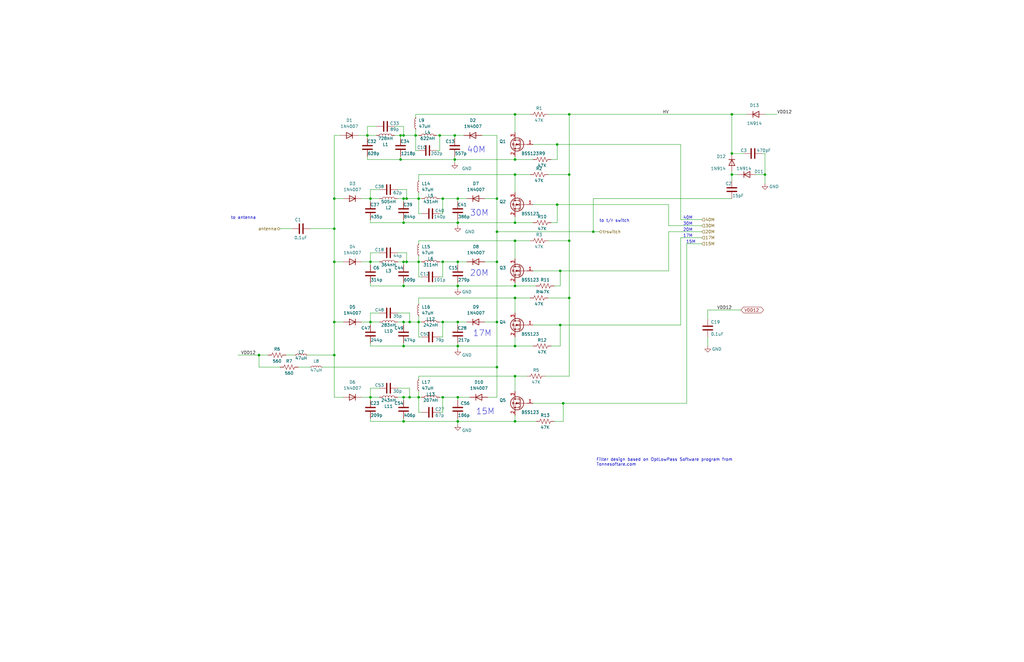
<source format=kicad_sch>
(kicad_sch (version 20230121) (generator eeschema)
  (paper "B")
  (lib_symbols
    (symbol "Device:C" (pin_numbers hide) (pin_names (offset 0.254))
      (property "Reference" "C" (at 0.635 2.54 0))
      (property "Value" "C" (at 0.635 -2.54 0))
      (symbol "C_0_1"
        (polyline (pts (xy -2.032 -0.762) (xy 2.032 -0.762)) (stroke (width 0.508)))
        (polyline (pts (xy -2.032 0.762) (xy 2.032 0.762)) (stroke (width 0.508)))
      )
      (symbol "C_1_1"
        (pin passive line (at 0 3.81 270) (length 2.794) (name "~") (number "1"))
        (pin passive line (at 0 -3.81 90) (length 2.794) (name "~") (number "2"))
      )
    )
    (symbol "Device:L" (pin_numbers hide) (pin_names (offset 1.016) hide)
      (property "Reference" "L" (at -1.27 0 90))
      (property "Value" "L" (at 1.905 0 90))
      (symbol "L_0_1"
        (arc (start 0 -2.54) (mid 0.6323 -1.905) (end 0 -1.27))
        (arc (start 0 -1.27) (mid 0.6323 -0.635) (end 0 0))
        (arc (start 0 0) (mid 0.6323 0.635) (end 0 1.27))
        (arc (start 0 1.27) (mid 0.6323 1.905) (end 0 2.54))
      )
      (symbol "L_1_1"
        (pin passive line (at 0 3.81 270) (length 1.27) (name "1") (number "1"))
        (pin passive line (at 0 -3.81 90) (length 1.27) (name "2") (number "2"))
      )
    )
    (symbol "Device:L_Small" (pin_numbers hide) (pin_names (offset 0.254) hide)
      (property "Reference" "L" (at 0.762 1.016 0))
      (property "Value" "L_Small" (at 0.762 -1.016 0))
      (symbol "L_Small_0_1"
        (arc (start 0 -2.032) (mid 0.5058 -1.524) (end 0 -1.016))
        (arc (start 0 -1.016) (mid 0.5058 -0.508) (end 0 0))
        (arc (start 0 0) (mid 0.5058 0.508) (end 0 1.016))
        (arc (start 0 1.016) (mid 0.5058 1.524) (end 0 2.032))
      )
      (symbol "L_Small_1_1"
        (pin passive line (at 0 2.54 270) (length 0.508) (name "~") (number "1"))
        (pin passive line (at 0 -2.54 90) (length 0.508) (name "~") (number "2"))
      )
    )
    (symbol "Device:Q_NMOS_GSD" (pin_names (offset 0) hide)
      (property "Reference" "Q" (at 5.08 1.27 0))
      (property "Value" "Q_NMOS_GSD" (at 5.08 -1.27 0))
      (symbol "Q_NMOS_GSD_0_1"
        (polyline (pts (xy 0.254 0) (xy -2.54 0)))
        (polyline (pts (xy 0.254 1.905) (xy 0.254 -1.905)) (stroke (width 0.254)))
        (polyline (pts (xy 0.762 -1.27) (xy 0.762 -2.286)) (stroke (width 0.254)))
        (polyline (pts (xy 0.762 0.508) (xy 0.762 -0.508)) (stroke (width 0.254)))
        (polyline (pts (xy 0.762 2.286) (xy 0.762 1.27)) (stroke (width 0.254)))
        (polyline (pts (xy 2.54 2.54) (xy 2.54 1.778)))
        (polyline (pts (xy 2.54 -2.54) (xy 2.54 0) (xy 0.762 0)))
        (polyline (pts (xy 0.762 -1.778) (xy 3.302 -1.778) (xy 3.302 1.778) (xy 0.762 1.778)))
        (polyline (pts (xy 1.016 0) (xy 2.032 0.381) (xy 2.032 -0.381) (xy 1.016 0)) (fill (type outline)))
        (polyline (pts (xy 2.794 0.508) (xy 2.921 0.381) (xy 3.683 0.381) (xy 3.81 0.254)))
        (polyline (pts (xy 3.302 0.381) (xy 2.921 -0.254) (xy 3.683 -0.254) (xy 3.302 0.381)))
        (circle (center 1.651 0) (radius 2.794) (stroke (width 0.254)))
        (circle (center 2.54 -1.778) (radius 0.254) (fill (type outline)))
        (circle (center 2.54 1.778) (radius 0.254) (fill (type outline)))
      )
      (symbol "Q_NMOS_GSD_1_1"
        (pin input line (at -5.08 0 0) (length 2.54) (name "G") (number "1"))
        (pin passive line (at 2.54 -5.08 90) (length 2.54) (name "S") (number "2"))
        (pin passive line (at 2.54 5.08 270) (length 2.54) (name "D") (number "3"))
      )
    )
    (symbol "Device:R_US" (pin_numbers hide) (pin_names (offset 0))
      (property "Reference" "R" (at 2.54 0 90))
      (property "Value" "R_US" (at -2.54 0 90))
      (symbol "R_US_0_1"
        (polyline (pts (xy 0 -2.286) (xy 0 -2.54)))
        (polyline (pts (xy 0 2.286) (xy 0 2.54)))
        (polyline (pts (xy 0 -0.762) (xy 1.016 -1.143) (xy 0 -1.524) (xy -1.016 -1.905) (xy 0 -2.286)))
        (polyline (pts (xy 0 0.762) (xy 1.016 0.381) (xy 0 0) (xy -1.016 -0.381) (xy 0 -0.762)))
        (polyline (pts (xy 0 2.286) (xy 1.016 1.905) (xy 0 1.524) (xy -1.016 1.143) (xy 0 0.762)))
      )
      (symbol "R_US_1_1"
        (pin passive line (at 0 3.81 270) (length 1.27) (name "~") (number "1"))
        (pin passive line (at 0 -3.81 90) (length 1.27) (name "~") (number "2"))
      )
    )
    (symbol "Diode:1N4007" (pin_numbers hide) (pin_names hide)
      (property "Reference" "D" (at 0 2.54 0))
      (property "Value" "1N4007" (at 0 -2.54 0))
      (symbol "1N4007_0_1"
        (polyline (pts (xy -1.27 1.27) (xy -1.27 -1.27)) (stroke (width 0.254)))
        (polyline (pts (xy 1.27 0) (xy -1.27 0)))
        (polyline (pts (xy 1.27 1.27) (xy 1.27 -1.27) (xy -1.27 0) (xy 1.27 1.27)) (stroke (width 0.254)))
      )
      (symbol "1N4007_1_1"
        (pin passive line (at -3.81 0 0) (length 2.54) (name "K") (number "1"))
        (pin passive line (at 3.81 0 180) (length 2.54) (name "A") (number "2"))
      )
    )
    (symbol "Diode:1N914" (pin_numbers hide) (pin_names hide)
      (property "Reference" "D" (at 0 2.54 0))
      (property "Value" "1N914" (at 0 -2.54 0))
      (symbol "1N914_0_1"
        (polyline (pts (xy -1.27 1.27) (xy -1.27 -1.27)) (stroke (width 0.254)))
        (polyline (pts (xy 1.27 0) (xy -1.27 0)))
        (polyline (pts (xy 1.27 1.27) (xy 1.27 -1.27) (xy -1.27 0) (xy 1.27 1.27)) (stroke (width 0.254)))
      )
      (symbol "1N914_1_1"
        (pin passive line (at -3.81 0 0) (length 2.54) (name "K") (number "1"))
        (pin passive line (at 3.81 0 180) (length 2.54) (name "A") (number "2"))
      )
    )
    (symbol "power:GND" (power) (pin_names (offset 0))
      (property "Value" "GND" (at 0 -3.81 0))
      (symbol "GND_0_1"
        (polyline (pts (xy 0 0) (xy 0 -1.27) (xy 1.27 -1.27) (xy 0 -2.54) (xy -1.27 -1.27) (xy 0 -1.27)))
      )
      (symbol "GND_1_1"
        (pin power_in line (at 0 0 270) (length 0) hide (name "GND") (number "1"))
      )
    )
  )
  (junction (at 217.17 177.8))
  (junction (at 156.21 83.82))
  (junction (at 170.18 135.89))
  (junction (at 217.17 146.05))
  (junction (at 217.17 48.26))
  (junction (at 168.91 57.15))
  (junction (at 186.69 135.89))
  (junction (at 234.95 60.96))
  (junction (at 140.97 83.82))
  (junction (at 156.21 167.64))
  (junction (at 240.03 48.26))
  (junction (at 240.03 125.73))
  (junction (at 322.58 73.66))
  (junction (at 172.72 167.64))
  (junction (at 240.03 73.66))
  (junction (at 193.04 135.89))
  (junction (at 170.18 110.49))
  (junction (at 176.53 83.82))
  (junction (at 237.49 170.18))
  (junction (at 209.55 97.79))
  (junction (at 217.17 101.6))
  (junction (at 236.22 137.16))
  (junction (at 170.18 177.8))
  (junction (at 170.18 93.98))
  (junction (at 193.04 177.8))
  (junction (at 217.17 120.65))
  (junction (at 186.69 83.82))
  (junction (at 140.97 135.89))
  (junction (at 170.18 120.65))
  (junction (at 191.77 57.15))
  (junction (at 156.21 110.49))
  (junction (at 171.45 110.49))
  (junction (at 170.18 146.05))
  (junction (at 209.55 110.49))
  (junction (at 140.97 149.86))
  (junction (at 217.17 67.31))
  (junction (at 217.17 93.98))
  (junction (at 217.17 73.66))
  (junction (at 236.22 114.3))
  (junction (at 193.04 120.65))
  (junction (at 193.04 83.82))
  (junction (at 170.18 57.15))
  (junction (at 209.55 135.89))
  (junction (at 109.22 149.86))
  (junction (at 193.04 110.49))
  (junction (at 140.97 96.52))
  (junction (at 209.55 154.94))
  (junction (at 193.04 93.98))
  (junction (at 186.69 110.49))
  (junction (at 193.04 146.05))
  (junction (at 172.72 135.89))
  (junction (at 154.94 57.15))
  (junction (at 175.26 57.15))
  (junction (at 185.42 57.15))
  (junction (at 171.45 83.82))
  (junction (at 168.91 67.31))
  (junction (at 193.04 167.64))
  (junction (at 156.21 135.89))
  (junction (at 308.61 48.26))
  (junction (at 176.53 110.49))
  (junction (at 217.17 125.73))
  (junction (at 170.18 83.82))
  (junction (at 186.69 167.64))
  (junction (at 234.95 86.36))
  (junction (at 140.97 110.49))
  (junction (at 250.19 97.79))
  (junction (at 176.53 167.64))
  (junction (at 191.77 67.31))
  (junction (at 176.53 135.89))
  (junction (at 308.61 73.66))
  (junction (at 240.03 101.6))
  (junction (at 170.18 167.64))
  (junction (at 209.55 83.82))
  (junction (at 308.61 64.77))
  (junction (at 217.17 158.75))
  (wire (pts (xy 193.04 167.64) (xy 193.04 168.91)))
  (wire (pts (xy 118.11 96.52) (xy 123.19 96.52)))
  (wire (pts (xy 250.19 97.79) (xy 252.73 97.79)))
  (wire (pts (xy 191.77 57.15) (xy 195.58 57.15)))
  (wire (pts (xy 217.17 125.73) (xy 217.17 132.08)))
  (wire (pts (xy 185.42 116.84) (xy 186.69 116.84)))
  (wire (pts (xy 234.95 67.31) (xy 234.95 60.96)))
  (wire (pts (xy 140.97 167.64) (xy 144.78 167.64)))
  (wire (pts (xy 204.47 135.89) (xy 209.55 135.89)))
  (wire (pts (xy 298.45 142.24) (xy 298.45 146.05)))
  (wire (pts (xy 193.04 144.78) (xy 193.04 146.05)))
  (wire (pts (xy 170.18 120.65) (xy 193.04 120.65)))
  (wire (pts (xy 130.81 96.52) (xy 140.97 96.52)))
  (wire (pts (xy 154.94 57.15) (xy 154.94 58.42)))
  (wire (pts (xy 175.26 54.61) (xy 175.26 57.15)))
  (wire (pts (xy 143.51 57.15) (xy 140.97 57.15)))
  (wire (pts (xy 160.02 110.49) (xy 156.21 110.49)))
  (wire (pts (xy 113.03 149.86) (xy 109.22 149.86)))
  (wire (pts (xy 170.18 135.89) (xy 167.64 135.89)))
  (wire (pts (xy 322.58 48.26) (xy 327.66 48.26)))
  (wire (pts (xy 232.41 146.05) (xy 236.22 146.05)))
  (wire (pts (xy 156.21 146.05) (xy 156.21 144.78)))
  (wire (pts (xy 186.69 135.89) (xy 185.42 135.89)))
  (wire (pts (xy 176.53 133.35) (xy 176.53 135.89)))
  (wire (pts (xy 176.53 76.2) (xy 176.53 73.66)))
  (wire (pts (xy 250.19 83.82) (xy 250.19 97.79)))
  (wire (pts (xy 175.26 63.5) (xy 175.26 57.15)))
  (wire (pts (xy 177.8 83.82) (xy 176.53 83.82)))
  (wire (pts (xy 217.17 120.65) (xy 193.04 120.65)))
  (wire (pts (xy 176.53 57.15) (xy 175.26 57.15)))
  (wire (pts (xy 154.94 67.31) (xy 154.94 66.04)))
  (wire (pts (xy 209.55 97.79) (xy 250.19 97.79)))
  (wire (pts (xy 308.61 73.66) (xy 308.61 76.2)))
  (wire (pts (xy 156.21 106.68) (xy 156.21 110.49)))
  (wire (pts (xy 100.33 149.86) (xy 109.22 149.86)))
  (wire (pts (xy 170.18 167.64) (xy 167.64 167.64)))
  (wire (pts (xy 171.45 80.01) (xy 171.45 83.82)))
  (wire (pts (xy 209.55 97.79) (xy 209.55 110.49)))
  (wire (pts (xy 233.68 177.8) (xy 237.49 177.8)))
  (wire (pts (xy 154.94 53.34) (xy 158.75 53.34)))
  (wire (pts (xy 217.17 177.8) (xy 193.04 177.8)))
  (wire (pts (xy 217.17 93.98) (xy 193.04 93.98)))
  (wire (pts (xy 170.18 135.89) (xy 170.18 137.16)))
  (wire (pts (xy 209.55 154.94) (xy 209.55 167.64)))
  (wire (pts (xy 209.55 167.64) (xy 205.74 167.64)))
  (wire (pts (xy 176.53 142.24) (xy 176.53 135.89)))
  (wire (pts (xy 176.53 173.99) (xy 176.53 167.64)))
  (wire (pts (xy 236.22 137.16) (xy 224.79 137.16)))
  (wire (pts (xy 170.18 57.15) (xy 168.91 57.15)))
  (wire (pts (xy 322.58 73.66) (xy 322.58 77.47)))
  (wire (pts (xy 298.45 130.81) (xy 312.42 130.81)))
  (wire (pts (xy 193.04 135.89) (xy 196.85 135.89)))
  (wire (pts (xy 240.03 48.26) (xy 240.03 73.66)))
  (wire (pts (xy 185.42 63.5) (xy 185.42 57.15)))
  (wire (pts (xy 140.97 83.82) (xy 140.97 96.52)))
  (wire (pts (xy 314.96 48.26) (xy 308.61 48.26)))
  (wire (pts (xy 170.18 176.53) (xy 170.18 177.8)))
  (wire (pts (xy 156.21 177.8) (xy 156.21 176.53)))
  (wire (pts (xy 193.04 119.38) (xy 193.04 120.65)))
  (wire (pts (xy 185.42 142.24) (xy 186.69 142.24)))
  (wire (pts (xy 177.8 135.89) (xy 176.53 135.89)))
  (wire (pts (xy 156.21 93.98) (xy 156.21 92.71)))
  (wire (pts (xy 160.02 135.89) (xy 156.21 135.89)))
  (wire (pts (xy 308.61 72.39) (xy 308.61 73.66)))
  (wire (pts (xy 240.03 73.66) (xy 240.03 101.6)))
  (wire (pts (xy 231.14 73.66) (xy 240.03 73.66)))
  (wire (pts (xy 186.69 110.49) (xy 185.42 110.49)))
  (wire (pts (xy 156.21 80.01) (xy 156.21 83.82)))
  (wire (pts (xy 176.53 128.27) (xy 176.53 125.73)))
  (wire (pts (xy 234.95 86.36) (xy 224.79 86.36)))
  (wire (pts (xy 167.64 132.08) (xy 172.72 132.08)))
  (wire (pts (xy 176.53 73.66) (xy 217.17 73.66)))
  (wire (pts (xy 170.18 92.71) (xy 170.18 93.98)))
  (wire (pts (xy 140.97 149.86) (xy 140.97 167.64)))
  (wire (pts (xy 231.14 101.6) (xy 240.03 101.6)))
  (wire (pts (xy 156.21 163.83) (xy 156.21 167.64)))
  (wire (pts (xy 160.02 167.64) (xy 156.21 167.64)))
  (wire (pts (xy 209.55 110.49) (xy 209.55 135.89)))
  (wire (pts (xy 120.65 149.86) (xy 124.46 149.86)))
  (wire (pts (xy 193.04 176.53) (xy 193.04 177.8)))
  (wire (pts (xy 318.77 73.66) (xy 322.58 73.66)))
  (wire (pts (xy 193.04 83.82) (xy 186.69 83.82)))
  (wire (pts (xy 176.53 167.64) (xy 172.72 167.64)))
  (wire (pts (xy 177.8 116.84) (xy 176.53 116.84)))
  (wire (pts (xy 217.17 73.66) (xy 217.17 81.28)))
  (wire (pts (xy 140.97 96.52) (xy 140.97 110.49)))
  (wire (pts (xy 217.17 66.04) (xy 217.17 67.31)))
  (wire (pts (xy 168.91 57.15) (xy 166.37 57.15)))
  (wire (pts (xy 193.04 83.82) (xy 193.04 85.09)))
  (wire (pts (xy 231.14 48.26) (xy 240.03 48.26)))
  (wire (pts (xy 217.17 158.75) (xy 217.17 165.1)))
  (wire (pts (xy 322.58 64.77) (xy 322.58 73.66)))
  (wire (pts (xy 177.8 173.99) (xy 176.53 173.99)))
  (wire (pts (xy 167.64 80.01) (xy 171.45 80.01)))
  (wire (pts (xy 191.77 57.15) (xy 185.42 57.15)))
  (wire (pts (xy 171.45 83.82) (xy 170.18 83.82)))
  (wire (pts (xy 236.22 120.65) (xy 236.22 114.3)))
  (wire (pts (xy 170.18 146.05) (xy 156.21 146.05)))
  (wire (pts (xy 168.91 57.15) (xy 168.91 58.42)))
  (wire (pts (xy 109.22 154.94) (xy 118.11 154.94)))
  (wire (pts (xy 156.21 167.64) (xy 156.21 168.91)))
  (wire (pts (xy 217.17 146.05) (xy 224.79 146.05)))
  (wire (pts (xy 209.55 83.82) (xy 209.55 97.79)))
  (wire (pts (xy 176.53 63.5) (xy 175.26 63.5)))
  (wire (pts (xy 170.18 93.98) (xy 193.04 93.98)))
  (wire (pts (xy 176.53 107.95) (xy 176.53 110.49)))
  (wire (pts (xy 191.77 66.04) (xy 191.77 67.31)))
  (wire (pts (xy 151.13 57.15) (xy 154.94 57.15)))
  (wire (pts (xy 281.94 86.36) (xy 234.95 86.36)))
  (wire (pts (xy 185.42 173.99) (xy 186.69 173.99)))
  (wire (pts (xy 281.94 95.25) (xy 281.94 86.36)))
  (wire (pts (xy 233.68 120.65) (xy 236.22 120.65)))
  (wire (pts (xy 168.91 66.04) (xy 168.91 67.31)))
  (wire (pts (xy 240.03 125.73) (xy 240.03 158.75)))
  (wire (pts (xy 281.94 97.79) (xy 281.94 114.3)))
  (wire (pts (xy 217.17 125.73) (xy 223.52 125.73)))
  (wire (pts (xy 234.95 93.98) (xy 234.95 86.36)))
  (wire (pts (xy 172.72 135.89) (xy 170.18 135.89)))
  (wire (pts (xy 311.15 73.66) (xy 308.61 73.66)))
  (wire (pts (xy 186.69 142.24) (xy 186.69 135.89)))
  (wire (pts (xy 193.04 110.49) (xy 186.69 110.49)))
  (wire (pts (xy 140.97 83.82) (xy 144.78 83.82)))
  (wire (pts (xy 176.53 83.82) (xy 171.45 83.82)))
  (wire (pts (xy 170.18 167.64) (xy 170.18 168.91)))
  (wire (pts (xy 217.17 101.6) (xy 223.52 101.6)))
  (wire (pts (xy 168.91 67.31) (xy 154.94 67.31)))
  (wire (pts (xy 289.56 170.18) (xy 237.49 170.18)))
  (wire (pts (xy 193.04 110.49) (xy 196.85 110.49)))
  (wire (pts (xy 287.02 92.71) (xy 287.02 60.96)))
  (wire (pts (xy 209.55 57.15) (xy 209.55 83.82)))
  (wire (pts (xy 193.04 167.64) (xy 186.69 167.64)))
  (wire (pts (xy 184.15 63.5) (xy 185.42 63.5)))
  (wire (pts (xy 217.17 175.26) (xy 217.17 177.8)))
  (wire (pts (xy 170.18 110.49) (xy 170.18 111.76)))
  (wire (pts (xy 152.4 167.64) (xy 156.21 167.64)))
  (wire (pts (xy 287.02 100.33) (xy 287.02 137.16)))
  (wire (pts (xy 185.42 90.17) (xy 186.69 90.17)))
  (wire (pts (xy 176.53 102.87) (xy 176.53 101.6)))
  (wire (pts (xy 204.47 83.82) (xy 209.55 83.82)))
  (wire (pts (xy 170.18 93.98) (xy 156.21 93.98)))
  (wire (pts (xy 240.03 158.75) (xy 229.87 158.75)))
  (wire (pts (xy 156.21 163.83) (xy 160.02 163.83)))
  (wire (pts (xy 156.21 110.49) (xy 156.21 111.76)))
  (wire (pts (xy 308.61 64.77) (xy 313.69 64.77)))
  (wire (pts (xy 193.04 135.89) (xy 186.69 135.89)))
  (wire (pts (xy 140.97 57.15) (xy 140.97 83.82)))
  (wire (pts (xy 287.02 60.96) (xy 234.95 60.96)))
  (wire (pts (xy 295.91 100.33) (xy 287.02 100.33)))
  (wire (pts (xy 156.21 120.65) (xy 156.21 119.38)))
  (wire (pts (xy 186.69 173.99) (xy 186.69 167.64)))
  (wire (pts (xy 295.91 95.25) (xy 281.94 95.25)))
  (wire (pts (xy 129.54 149.86) (xy 140.97 149.86)))
  (wire (pts (xy 203.2 57.15) (xy 209.55 57.15)))
  (wire (pts (xy 152.4 110.49) (xy 156.21 110.49)))
  (wire (pts (xy 295.91 102.87) (xy 289.56 102.87)))
  (wire (pts (xy 152.4 135.89) (xy 156.21 135.89)))
  (wire (pts (xy 217.17 146.05) (xy 193.04 146.05)))
  (wire (pts (xy 158.75 57.15) (xy 154.94 57.15)))
  (wire (pts (xy 193.04 177.8) (xy 193.04 179.07)))
  (wire (pts (xy 191.77 57.15) (xy 191.77 58.42)))
  (wire (pts (xy 217.17 120.65) (xy 226.06 120.65)))
  (wire (pts (xy 140.97 135.89) (xy 140.97 149.86)))
  (wire (pts (xy 156.21 132.08) (xy 160.02 132.08)))
  (wire (pts (xy 193.04 92.71) (xy 193.04 93.98)))
  (wire (pts (xy 308.61 48.26) (xy 308.61 64.77)))
  (wire (pts (xy 170.18 83.82) (xy 167.64 83.82)))
  (wire (pts (xy 185.42 57.15) (xy 184.15 57.15)))
  (wire (pts (xy 186.69 83.82) (xy 185.42 83.82)))
  (wire (pts (xy 240.03 101.6) (xy 240.03 125.73)))
  (wire (pts (xy 217.17 48.26) (xy 223.52 48.26)))
  (wire (pts (xy 171.45 110.49) (xy 170.18 110.49)))
  (wire (pts (xy 193.04 135.89) (xy 193.04 137.16)))
  (wire (pts (xy 170.18 146.05) (xy 193.04 146.05)))
  (wire (pts (xy 167.64 106.68) (xy 171.45 106.68)))
  (wire (pts (xy 177.8 142.24) (xy 176.53 142.24)))
  (wire (pts (xy 160.02 83.82) (xy 156.21 83.82)))
  (wire (pts (xy 217.17 73.66) (xy 223.52 73.66)))
  (wire (pts (xy 281.94 114.3) (xy 236.22 114.3)))
  (wire (pts (xy 240.03 48.26) (xy 308.61 48.26)))
  (wire (pts (xy 170.18 119.38) (xy 170.18 120.65)))
  (wire (pts (xy 186.69 167.64) (xy 185.42 167.64)))
  (wire (pts (xy 177.8 167.64) (xy 176.53 167.64)))
  (wire (pts (xy 172.72 132.08) (xy 172.72 135.89)))
  (wire (pts (xy 167.64 163.83) (xy 172.72 163.83)))
  (wire (pts (xy 172.72 163.83) (xy 172.72 167.64)))
  (wire (pts (xy 193.04 167.64) (xy 198.12 167.64)))
  (wire (pts (xy 176.53 116.84) (xy 176.53 110.49)))
  (wire (pts (xy 170.18 120.65) (xy 156.21 120.65)))
  (wire (pts (xy 321.31 64.77) (xy 322.58 64.77)))
  (wire (pts (xy 135.89 154.94) (xy 209.55 154.94)))
  (wire (pts (xy 170.18 144.78) (xy 170.18 146.05)))
  (wire (pts (xy 193.04 146.05) (xy 193.04 147.32)))
  (wire (pts (xy 177.8 90.17) (xy 176.53 90.17)))
  (wire (pts (xy 171.45 106.68) (xy 171.45 110.49)))
  (wire (pts (xy 237.49 170.18) (xy 224.79 170.18)))
  (wire (pts (xy 176.53 101.6) (xy 217.17 101.6)))
  (wire (pts (xy 217.17 119.38) (xy 217.17 120.65)))
  (wire (pts (xy 156.21 106.68) (xy 160.02 106.68)))
  (wire (pts (xy 237.49 177.8) (xy 237.49 170.18)))
  (wire (pts (xy 170.18 110.49) (xy 167.64 110.49)))
  (wire (pts (xy 186.69 116.84) (xy 186.69 110.49)))
  (wire (pts (xy 217.17 67.31) (xy 224.79 67.31)))
  (wire (pts (xy 295.91 92.71) (xy 287.02 92.71)))
  (wire (pts (xy 170.18 53.34) (xy 170.18 57.15)))
  (wire (pts (xy 209.55 135.89) (xy 209.55 154.94)))
  (wire (pts (xy 140.97 135.89) (xy 144.78 135.89)))
  (wire (pts (xy 193.04 83.82) (xy 196.85 83.82)))
  (wire (pts (xy 289.56 102.87) (xy 289.56 170.18)))
  (wire (pts (xy 217.17 91.44) (xy 217.17 93.98)))
  (wire (pts (xy 232.41 93.98) (xy 234.95 93.98)))
  (wire (pts (xy 193.04 110.49) (xy 193.04 111.76)))
  (wire (pts (xy 140.97 110.49) (xy 140.97 135.89)))
  (wire (pts (xy 298.45 130.81) (xy 298.45 134.62)))
  (wire (pts (xy 186.69 90.17) (xy 186.69 83.82)))
  (wire (pts (xy 193.04 93.98) (xy 193.04 95.25)))
  (wire (pts (xy 287.02 137.16) (xy 236.22 137.16)))
  (wire (pts (xy 217.17 142.24) (xy 217.17 146.05)))
  (wire (pts (xy 156.21 83.82) (xy 156.21 85.09)))
  (wire (pts (xy 175.26 48.26) (xy 175.26 49.53)))
  (wire (pts (xy 217.17 177.8) (xy 226.06 177.8)))
  (wire (pts (xy 217.17 67.31) (xy 191.77 67.31)))
  (wire (pts (xy 232.41 67.31) (xy 234.95 67.31)))
  (wire (pts (xy 176.53 125.73) (xy 217.17 125.73)))
  (wire (pts (xy 170.18 83.82) (xy 170.18 85.09)))
  (wire (pts (xy 176.53 110.49) (xy 171.45 110.49)))
  (wire (pts (xy 170.18 177.8) (xy 193.04 177.8)))
  (wire (pts (xy 170.18 177.8) (xy 156.21 177.8)))
  (wire (pts (xy 177.8 110.49) (xy 176.53 110.49)))
  (wire (pts (xy 295.91 97.79) (xy 281.94 97.79)))
  (wire (pts (xy 172.72 167.64) (xy 170.18 167.64)))
  (wire (pts (xy 176.53 90.17) (xy 176.53 83.82)))
  (wire (pts (xy 156.21 135.89) (xy 156.21 137.16)))
  (wire (pts (xy 193.04 120.65) (xy 193.04 121.92)))
  (wire (pts (xy 191.77 67.31) (xy 191.77 68.58)))
  (wire (pts (xy 217.17 101.6) (xy 217.17 109.22)))
  (wire (pts (xy 154.94 53.34) (xy 154.94 57.15)))
  (wire (pts (xy 176.53 135.89) (xy 172.72 135.89)))
  (wire (pts (xy 176.53 81.28) (xy 176.53 83.82)))
  (wire (pts (xy 236.22 114.3) (xy 224.79 114.3)))
  (wire (pts (xy 152.4 83.82) (xy 156.21 83.82)))
  (wire (pts (xy 175.26 57.15) (xy 170.18 57.15)))
  (wire (pts (xy 168.91 67.31) (xy 191.77 67.31)))
  (wire (pts (xy 109.22 149.86) (xy 109.22 154.94)))
  (wire (pts (xy 217.17 93.98) (xy 224.79 93.98)))
  (wire (pts (xy 176.53 158.75) (xy 217.17 158.75)))
  (wire (pts (xy 176.53 160.02) (xy 176.53 158.75)))
  (wire (pts (xy 236.22 146.05) (xy 236.22 137.16)))
  (wire (pts (xy 234.95 60.96) (xy 224.79 60.96)))
  (wire (pts (xy 156.21 132.08) (xy 156.21 135.89)))
  (wire (pts (xy 308.61 83.82) (xy 250.19 83.82)))
  (wire (pts (xy 217.17 55.88) (xy 217.17 48.26)))
  (wire (pts (xy 231.14 125.73) (xy 240.03 125.73)))
  (wire (pts (xy 156.21 80.01) (xy 160.02 80.01)))
  (wire (pts (xy 217.17 48.26) (xy 175.26 48.26)))
  (wire (pts (xy 166.37 53.34) (xy 170.18 53.34)))
  (wire (pts (xy 125.73 154.94) (xy 130.81 154.94)))
  (wire (pts (xy 204.47 110.49) (xy 209.55 110.49)))
  (wire (pts (xy 176.53 165.1) (xy 176.53 167.64)))
  (wire (pts (xy 140.97 110.49) (xy 144.78 110.49)))
  (wire (pts (xy 217.17 158.75) (xy 222.25 158.75)))
  (text "15M" (at 293.37 102.87 0) (effects (font (size 1.27 1.27)) (justify right bottom)))
  (text "20M" (at 198.12 116.84 0) (effects (font (size 2.54 2.54)) (justify left bottom)))
  (text "15M" (at 200.66 175.26 0) (effects (font (size 2.54 2.54)) (justify left bottom)))
  (text "to t/r switch" (at 252.73 93.98 0) (effects (font (size 1.27 1.27)) (justify left bottom)))
  (text "to antenna" (at 107.95 92.71 0) (effects (font (size 1.27 1.27)) (justify right bottom)))
  (text "40M" (at 292.1 92.71 0) (effects (font (size 1.27 1.27)) (justify right bottom)))
  (text "17M" (at 199.39 142.24 0) (effects (font (size 2.54 2.54)) (justify left bottom)))
  (text "20M" (at 292.1 97.79 0) (effects (font (size 1.27 1.27)) (justify right bottom)))
  (text "30M" (at 198.12 91.44 0) (effects (font (size 2.54 2.54)) (justify left bottom)))
  (text "17M" (at 292.1 100.33 0) (effects (font (size 1.27 1.27)) (justify right bottom)))
  (text "40M" (at 196.85 64.77 0) (effects (font (size 2.54 2.54)) (justify left bottom)))
  (text "30M" (at 292.1 95.25 0) (effects (font (size 1.27 1.27)) (justify right bottom)))
  (text "Filter design based on OptLowPass Software program from\nTonnesoftare.com" (at 251.46 196.85 0) (effects (font (size 1.27 1.27)) (justify left bottom)))
  (label "VDD12" (at 327.66 48.26 0))
  (label "VDD12" (at 101.6 149.86 0))
  (label "VDD12" (at 308.61 130.81 180))
  (label "HV" (at 279.4 48.26 0))
  (global_label "VDD12" (shape bidirectional) (at 312.42 130.81 0) (property "Intersheetrefs" "${INTERSHEET_REFS}" (at 322.5641 130.81 0) (effects (justify left))))
  (hierarchical_label "40M" (shape input) (at 295.91 92.71 0))
  (hierarchical_label "17M" (shape input) (at 295.91 100.33 0))
  (hierarchical_label "20M" (shape input) (at 295.91 97.79 0))
  (hierarchical_label "30M" (shape input) (at 295.91 95.25 0))
  (hierarchical_label "trswitch" (shape bidirectional) (at 252.73 97.79 0))
  (hierarchical_label "15M" (shape input) (at 295.91 102.87 0))
  (hierarchical_label "antenna" (shape bidirectional) (at 118.11 96.52 180))
  (symbol (lib_id "Diode:1N4007") (at 148.59 135.89 180) (unit 1)
    (property "Reference" "D5" (at 148.59 129.54 0))
    (property "Value" "1N4007" (at 148.59 132.08 0))
    (property "Footprint" "Diode_THT:D_DO-41_SOD81_P10.16mm_Horizontal" (effects hide))
    (property "Datasheet" "http://www.vishay.com/docs/88503/1n4001.pdf" (effects hide))
    (property "Sim.Device" "D" (effects hide))
    (property "Sim.Pins" "1=K 2=A" (effects hide))
  )
  (symbol (lib_id "Device:Q_NMOS_GSD") (at 219.71 137.16 0) (mirror y) (unit 1)
    (property "Reference" "Q4" (at 213.36 135.89 0) (effects (justify left)))
    (property "Value" "BSS123" (at 227.33 140.97 0) (effects (justify left)))
    (property "Footprint" "Package_TO_SOT_SMD:SOT-23-3" (effects hide))
  )
  (symbol (lib_id "Device:L") (at 181.61 83.82 270) (mirror x) (unit 1)
    (property "Reference" "L5" (at 181.61 82.55 90))
    (property "Value" "431nH" (at 181.61 85.09 90))
    (property "Footprint" "Inductor_THT:L_Toroid_Vertical_L13.0mm_W6.5mm_P5.60mm" (effects hide))
  )
  (symbol (lib_id "Device:L_Small") (at 133.35 154.94 90) (unit 1)
    (property "Reference" "L8" (at 133.35 152.4 90))
    (property "Value" "47uH" (at 133.35 156.21 90))
    (property "Footprint" "Inductor_THT:L_Axial_L11.0mm_D4.5mm_P7.62mm_Vertical_Fastron_MECC" (effects hide))
  )
  (symbol (lib_id "Device:R_US") (at 226.06 158.75 90) (unit 1)
    (property "Reference" "R5" (at 226.06 156.21 90))
    (property "Value" "47K" (at 226.06 161.29 90))
    (property "Footprint" "Resistor_SMD:R_0603_1608Metric_Pad0.98x0.95mm_HandSolder" (effects hide))
  )
  (symbol (lib_id "Diode:1N4007") (at 201.93 167.64 0) (unit 1)
    (property "Reference" "D10" (at 201.93 161.29 0))
    (property "Value" "1N4007" (at 201.93 163.83 0))
    (property "Footprint" "Diode_THT:D_DO-41_SOD81_P10.16mm_Horizontal" (effects hide))
    (property "Datasheet" "http://www.vishay.com/docs/88503/1n4001.pdf" (effects hide))
    (property "Sim.Device" "D" (effects hide))
    (property "Sim.Pins" "1=K 2=A" (effects hide))
  )
  (symbol (lib_id "Device:Q_NMOS_GSD") (at 219.71 114.3 0) (mirror y) (unit 1)
    (property "Reference" "Q3" (at 213.36 113.03 0) (effects (justify left)))
    (property "Value" "BSS123" (at 227.33 118.11 0) (effects (justify left)))
    (property "Footprint" "Package_TO_SOT_SMD:SOT-23-3" (effects hide))
  )
  (symbol (lib_id "Device:L_Small") (at 176.53 130.81 180) (unit 1)
    (property "Reference" "L16" (at 177.8 129.54 0) (effects (justify right)))
    (property "Value" "47uH" (at 177.8 132.08 0) (effects (justify right)))
    (property "Footprint" "Inductor_THT:L_Axial_L11.0mm_D4.5mm_P7.62mm_Vertical_Fastron_MECC" (effects hide))
  )
  (symbol (lib_id "power:GND") (at 191.77 68.58 0) (mirror y) (unit 1)
    (property "Reference" "#PWR01" (effects hide))
    (property "Value" "GND" (at 196.85 71.12 0))
  )
  (symbol (lib_id "Device:C") (at 163.83 80.01 270) (mirror x) (unit 1)
    (property "Reference" "C38" (at 160.02 78.74 90))
    (property "Value" "62p" (at 167.64 81.28 90))
    (property "Footprint" "Capacitor_SMD:C_1206_3216Metric_Pad1.33x1.80mm_HandSolder" (effects hide))
  )
  (symbol (lib_id "power:GND") (at 193.04 95.25 0) (mirror y) (unit 1)
    (property "Reference" "#PWR02" (effects hide))
    (property "Value" "GND" (at 198.12 97.79 0))
  )
  (symbol (lib_id "Device:C") (at 308.61 80.01 0) (mirror y) (unit 1)
    (property "Reference" "C2" (at 308.61 77.47 0) (effects (justify left)))
    (property "Value" "15pF" (at 313.69 82.55 0) (effects (justify left)))
    (property "Footprint" "Capacitor_THT:C_Disc_D4.3mm_W1.9mm_P5.00mm" (effects hide))
  )
  (symbol (lib_id "Device:R_US") (at 229.87 120.65 90) (unit 1)
    (property "Reference" "R11" (at 229.87 118.11 90))
    (property "Value" "47K" (at 229.87 123.19 90))
    (property "Footprint" "Resistor_SMD:R_0603_1608Metric_Pad0.98x0.95mm_HandSolder" (effects hide))
  )
  (symbol (lib_id "Device:C") (at 180.34 63.5 270) (mirror x) (unit 1)
    (property "Reference" "C10" (at 177.8 62.23 90))
    (property "Value" "202p" (at 184.15 64.77 90))
    (property "Footprint" "Capacitor_SMD:C_1206_3216Metric_Pad1.33x1.80mm_HandSolder" (effects hide))
  )
  (symbol (lib_id "Device:C") (at 156.21 115.57 0) (mirror y) (unit 1)
    (property "Reference" "C6" (at 160.02 113.03 0) (effects (justify left)))
    (property "Value" "314p" (at 161.29 118.11 0) (effects (justify left)))
    (property "Footprint" "Capacitor_SMD:C_1206_3216Metric_Pad1.33x1.80mm_HandSolder" (effects hide))
  )
  (symbol (lib_id "Device:C") (at 127 96.52 90) (mirror x) (unit 1)
    (property "Reference" "C1" (at 127 92.71 90) (effects (justify left)))
    (property "Value" "0.1uF" (at 129.54 100.33 90) (effects (justify left)))
    (property "Footprint" "Capacitor_THT:C_Disc_D4.3mm_W1.9mm_P5.00mm" (effects hide))
  )
  (symbol (lib_id "power:GND") (at 322.58 77.47 0) (mirror y) (unit 1)
    (property "Reference" "#PWR011" (effects hide))
    (property "Value" "GND" (at 326.39 78.74 0))
  )
  (symbol (lib_id "Device:C") (at 193.04 172.72 0) (mirror y) (unit 1)
    (property "Reference" "C56" (at 198.12 170.18 0) (effects (justify left)))
    (property "Value" "186p" (at 198.12 175.26 0) (effects (justify left)))
    (property "Footprint" "Capacitor_SMD:C_1206_3216Metric_Pad1.33x1.80mm_HandSolder" (effects hide))
  )
  (symbol (lib_id "Device:R_US") (at 227.33 125.73 90) (unit 1)
    (property "Reference" "R4" (at 227.33 123.19 90))
    (property "Value" "47K" (at 227.33 128.27 90))
    (property "Footprint" "Resistor_SMD:R_0603_1608Metric_Pad0.98x0.95mm_HandSolder" (effects hide))
  )
  (symbol (lib_id "Device:C") (at 170.18 172.72 0) (mirror y) (unit 1)
    (property "Reference" "C54" (at 170.18 170.18 0) (effects (justify left)))
    (property "Value" "406p" (at 175.26 175.26 0) (effects (justify left)))
    (property "Footprint" "Capacitor_SMD:C_1206_3216Metric_Pad1.33x1.80mm_HandSolder" (effects hide))
  )
  (symbol (lib_id "Device:L_Small") (at 176.53 78.74 180) (unit 1)
    (property "Reference" "L14" (at 177.8 77.47 0) (effects (justify right)))
    (property "Value" "47uH" (at 177.8 80.01 0) (effects (justify right)))
    (property "Footprint" "Inductor_THT:L_Axial_L11.0mm_D4.5mm_P7.62mm_Vertical_Fastron_MECC" (effects hide))
  )
  (symbol (lib_id "Device:Q_NMOS_GSD") (at 219.71 60.96 0) (mirror y) (unit 1)
    (property "Reference" "Q1" (at 213.36 59.69 0) (effects (justify left)))
    (property "Value" "BSS123" (at 227.33 64.77 0) (effects (justify left)))
    (property "Footprint" "Package_TO_SOT_SMD:SOT-23-3" (effects hide))
  )
  (symbol (lib_id "Device:C") (at 156.21 140.97 0) (mirror y) (unit 1)
    (property "Reference" "C47" (at 156.21 138.43 0) (effects (justify left)))
    (property "Value" "244p" (at 161.29 143.51 0) (effects (justify left)))
    (property "Footprint" "Capacitor_SMD:C_1206_3216Metric_Pad1.33x1.80mm_HandSolder" (effects hide))
  )
  (symbol (lib_id "Device:C") (at 317.5 64.77 90) (mirror x) (unit 1)
    (property "Reference" "C3" (at 314.96 63.5 90) (effects (justify left)))
    (property "Value" "470pF" (at 325.12 63.5 90) (effects (justify left)))
    (property "Footprint" "Capacitor_THT:C_Disc_D4.3mm_W1.9mm_P5.00mm" (effects hide))
  )
  (symbol (lib_id "Device:Q_NMOS_GSD") (at 219.71 170.18 0) (mirror y) (unit 1)
    (property "Reference" "Q5" (at 213.36 168.91 0) (effects (justify left)))
    (property "Value" "BSS123" (at 227.33 173.99 0) (effects (justify left)))
    (property "Footprint" "Package_TO_SOT_SMD:SOT-23-3" (effects hide))
  )
  (symbol (lib_id "Diode:1N914") (at 314.96 73.66 0) (unit 1)
    (property "Reference" "D11" (at 320.04 72.39 0))
    (property "Value" "1N914" (at 313.69 71.12 0))
    (property "Footprint" "Diode_THT:D_DO-35_SOD27_P7.62mm_Horizontal" (effects hide))
    (property "Datasheet" "http://www.vishay.com/docs/85622/1n914.pdf" (effects hide))
    (property "Sim.Device" "D" (effects hide))
    (property "Sim.Pins" "1=K 2=A" (effects hide))
  )
  (symbol (lib_id "Device:C") (at 181.61 90.17 270) (mirror x) (unit 1)
    (property "Reference" "C40" (at 185.42 88.9 90))
    (property "Value" "140p" (at 185.42 91.44 90))
    (property "Footprint" "Capacitor_SMD:C_1206_3216Metric_Pad1.33x1.80mm_HandSolder" (effects hide))
  )
  (symbol (lib_id "Device:C") (at 163.83 106.68 270) (mirror x) (unit 1)
    (property "Reference" "C18" (at 160.02 105.41 90))
    (property "Value" "44p" (at 167.64 107.95 90))
    (property "Footprint" "Capacitor_SMD:C_1206_3216Metric_Pad1.33x1.80mm_HandSolder" (effects hide))
  )
  (symbol (lib_id "Device:R_US") (at 228.6 67.31 90) (unit 1)
    (property "Reference" "R9" (at 228.6 64.77 90))
    (property "Value" "47K" (at 228.6 69.85 90))
    (property "Footprint" "Resistor_SMD:R_0603_1608Metric_Pad0.98x0.95mm_HandSolder" (effects hide))
  )
  (symbol (lib_id "Diode:1N4007") (at 200.66 110.49 0) (unit 1)
    (property "Reference" "D8" (at 200.66 104.14 0))
    (property "Value" "1N4007" (at 200.66 106.68 0))
    (property "Footprint" "Diode_THT:D_DO-41_SOD81_P10.16mm_Horizontal" (effects hide))
    (property "Datasheet" "http://www.vishay.com/docs/88503/1n4001.pdf" (effects hide))
    (property "Sim.Device" "D" (effects hide))
    (property "Sim.Pins" "1=K 2=A" (effects hide))
  )
  (symbol (lib_id "Device:C") (at 170.18 115.57 0) (mirror y) (unit 1)
    (property "Reference" "C44" (at 170.18 113.03 0) (effects (justify left)))
    (property "Value" "609p" (at 175.26 118.11 0) (effects (justify left)))
    (property "Footprint" "Capacitor_SMD:C_1206_3216Metric_Pad1.33x1.80mm_HandSolder" (effects hide))
  )
  (symbol (lib_id "Device:L") (at 181.61 167.64 270) (mirror x) (unit 1)
    (property "Reference" "L13" (at 181.61 166.37 90))
    (property "Value" "207nH" (at 181.61 168.91 90))
    (property "Footprint" "Inductor_THT:L_Toroid_Vertical_L13.0mm_W6.5mm_P5.60mm" (effects hide))
  )
  (symbol (lib_id "Device:L") (at 163.83 135.89 270) (mirror x) (unit 1)
    (property "Reference" "L10" (at 163.83 139.7 90))
    (property "Value" "283nH" (at 163.83 137.16 90))
    (property "Footprint" "Inductor_THT:L_Toroid_Vertical_L13.0mm_W6.5mm_P5.60mm" (effects hide))
  )
  (symbol (lib_id "Diode:1N914") (at 308.61 68.58 270) (unit 1)
    (property "Reference" "D12" (at 306.07 66.04 90) (effects (justify right)))
    (property "Value" "1N914" (at 306.07 71.12 90) (effects (justify right)))
    (property "Footprint" "Diode_THT:D_DO-35_SOD27_P7.62mm_Horizontal" (effects hide))
    (property "Datasheet" "http://www.vishay.com/docs/85622/1n914.pdf" (effects hide))
    (property "Sim.Device" "D" (effects hide))
    (property "Sim.Pins" "1=K 2=A" (effects hide))
  )
  (symbol (lib_id "Device:C") (at 168.91 62.23 0) (mirror y) (unit 1)
    (property "Reference" "C34" (at 172.72 59.69 0) (effects (justify left)))
    (property "Value" "1218p" (at 175.26 64.77 0) (effects (justify left)))
    (property "Footprint" "Capacitor_SMD:C_1206_3216Metric_Pad1.33x1.80mm_HandSolder" (effects hide))
  )
  (symbol (lib_id "Device:L_Small") (at 175.26 52.07 180) (unit 1)
    (property "Reference" "L9" (at 176.53 50.8 0) (effects (justify right)))
    (property "Value" "47uH" (at 176.53 53.34 0) (effects (justify right)))
    (property "Footprint" "Inductor_THT:L_Axial_L11.0mm_D4.5mm_P7.62mm_Vertical_Fastron_MECC" (effects hide))
  )
  (symbol (lib_id "Diode:1N4007") (at 200.66 135.89 0) (unit 1)
    (property "Reference" "D9" (at 200.66 129.54 0))
    (property "Value" "1N4007" (at 200.66 132.08 0))
    (property "Footprint" "Diode_THT:D_DO-41_SOD81_P10.16mm_Horizontal" (effects hide))
    (property "Datasheet" "http://www.vishay.com/docs/88503/1n4001.pdf" (effects hide))
    (property "Sim.Device" "D" (effects hide))
    (property "Sim.Pins" "1=K 2=A" (effects hide))
  )
  (symbol (lib_id "Device:R_US") (at 227.33 73.66 90) (unit 1)
    (property "Reference" "R2" (at 227.33 71.12 90))
    (property "Value" "47K" (at 227.33 76.2 90))
    (property "Footprint" "Resistor_SMD:R_0603_1608Metric_Pad0.98x0.95mm_HandSolder" (effects hide))
  )
  (symbol (lib_id "Device:R_US") (at 227.33 101.6 90) (unit 1)
    (property "Reference" "R3" (at 227.33 99.06 90))
    (property "Value" "47K" (at 227.33 104.14 90))
    (property "Footprint" "Resistor_SMD:R_0603_1608Metric_Pad0.98x0.95mm_HandSolder" (effects hide))
  )
  (symbol (lib_id "Device:L") (at 180.34 57.15 270) (mirror x) (unit 1)
    (property "Reference" "L4" (at 180.34 55.88 90))
    (property "Value" "622nH" (at 180.34 58.42 90))
    (property "Footprint" "Inductor_THT:L_Toroid_Vertical_L13.0mm_W6.5mm_P5.60mm" (effects hide))
  )
  (symbol (lib_id "Device:C") (at 154.94 62.23 0) (mirror y) (unit 1)
    (property "Reference" "C32" (at 158.75 59.69 0) (effects (justify left)))
    (property "Value" "628p" (at 160.02 64.77 0) (effects (justify left)))
    (property "Footprint" "Capacitor_SMD:C_1206_3216Metric_Pad1.33x1.80mm_HandSolder" (effects hide))
  )
  (symbol (lib_id "Device:C") (at 181.61 142.24 270) (mirror x) (unit 1)
    (property "Reference" "C50" (at 179.07 140.97 90))
    (property "Value" "79p" (at 185.42 143.51 90))
    (property "Footprint" "Capacitor_SMD:C_1206_3216Metric_Pad1.33x1.80mm_HandSolder" (effects hide))
  )
  (symbol (lib_id "Device:R_US") (at 229.87 177.8 90) (unit 1)
    (property "Reference" "R13" (at 229.87 175.26 90))
    (property "Value" "47K" (at 229.87 180.34 90))
    (property "Footprint" "Resistor_SMD:R_0603_1608Metric_Pad0.98x0.95mm_HandSolder" (effects hide))
  )
  (symbol (lib_id "Device:C") (at 163.83 132.08 270) (mirror x) (unit 1)
    (property "Reference" "C48" (at 160.02 130.81 90))
    (property "Value" "35p" (at 167.64 133.35 90))
    (property "Footprint" "Capacitor_SMD:C_1206_3216Metric_Pad1.33x1.80mm_HandSolder" (effects hide))
  )
  (symbol (lib_id "Device:R_US") (at 121.92 154.94 90) (unit 1)
    (property "Reference" "R7" (at 121.92 152.4 90))
    (property "Value" "560" (at 121.92 157.48 90))
    (property "Footprint" "Resistor_THT:R_Axial_DIN0617_L17.0mm_D6.0mm_P20.32mm_Horizontal" (effects hide))
  )
  (symbol (lib_id "Device:L_Small") (at 176.53 105.41 180) (unit 1)
    (property "Reference" "L15" (at 177.8 104.14 0) (effects (justify right)))
    (property "Value" "47uH" (at 177.8 106.68 0) (effects (justify right)))
    (property "Footprint" "Inductor_THT:L_Axial_L11.0mm_D4.5mm_P7.62mm_Vertical_Fastron_MECC" (effects hide))
  )
  (symbol (lib_id "Device:C") (at 156.21 88.9 0) (mirror y) (unit 1)
    (property "Reference" "C37" (at 160.02 86.36 0) (effects (justify left)))
    (property "Value" "435p" (at 161.29 91.44 0) (effects (justify left)))
    (property "Footprint" "Capacitor_SMD:C_1206_3216Metric_Pad1.33x1.80mm_HandSolder" (effects hide))
  )
  (symbol (lib_id "Device:C") (at 181.61 116.84 270) (mirror x) (unit 1)
    (property "Reference" "C12" (at 179.07 115.57 90))
    (property "Value" "101p" (at 185.42 118.11 90))
    (property "Footprint" "Capacitor_SMD:C_1206_3216Metric_Pad1.33x1.80mm_HandSolder" (effects hide))
  )
  (symbol (lib_id "Device:L_Small") (at 176.53 162.56 180) (unit 1)
    (property "Reference" "L17" (at 177.8 161.29 0) (effects (justify right)))
    (property "Value" "47uH" (at 177.8 163.83 0) (effects (justify right)))
    (property "Footprint" "Inductor_THT:L_Axial_L11.0mm_D4.5mm_P7.62mm_Vertical_Fastron_MECC" (effects hide))
  )
  (symbol (lib_id "Device:C") (at 156.21 172.72 0) (mirror y) (unit 1)
    (property "Reference" "C23" (at 160.02 170.18 0) (effects (justify left)))
    (property "Value" "209p" (at 161.29 175.26 0) (effects (justify left)))
    (property "Footprint" "Capacitor_SMD:C_1206_3216Metric_Pad1.33x1.80mm_HandSolder" (effects hide))
  )
  (symbol (lib_id "Device:L") (at 163.83 83.82 270) (mirror x) (unit 1)
    (property "Reference" "L2" (at 163.83 87.63 90))
    (property "Value" "505nH" (at 163.83 85.09 90))
    (property "Footprint" "Inductor_THT:L_Toroid_Vertical_L13.0mm_W6.5mm_P5.60mm" (effects hide))
  )
  (symbol (lib_id "Device:C") (at 193.04 88.9 0) (mirror y) (unit 1)
    (property "Reference" "C41" (at 196.85 86.36 0) (effects (justify left)))
    (property "Value" "386p" (at 198.12 91.44 0) (effects (justify left)))
    (property "Footprint" "Capacitor_SMD:C_1206_3216Metric_Pad1.33x1.80mm_HandSolder" (effects hide))
  )
  (symbol (lib_id "power:GND") (at 193.04 121.92 0) (mirror y) (unit 1)
    (property "Reference" "#PWR03" (effects hide))
    (property "Value" "GND" (at 196.85 123.19 0))
  )
  (symbol (lib_id "power:GND") (at 298.45 146.05 0) (mirror y) (unit 1)
    (property "Reference" "#PWR010" (effects hide))
    (property "Value" "GND" (at 302.26 147.32 0))
  )
  (symbol (lib_id "Device:Q_NMOS_GSD") (at 219.71 86.36 0) (mirror y) (unit 1)
    (property "Reference" "Q2" (at 213.36 85.09 0) (effects (justify left)))
    (property "Value" "BSS123" (at 227.33 90.17 0) (effects (justify left)))
    (property "Footprint" "Package_TO_SOT_SMD:SOT-23-3" (effects hide))
  )
  (symbol (lib_id "Device:R_US") (at 227.33 48.26 90) (unit 1)
    (property "Reference" "R1" (at 227.33 45.72 90))
    (property "Value" "47K" (at 227.33 50.8 90))
    (property "Footprint" "Resistor_SMD:R_0603_1608Metric_Pad0.98x0.95mm_HandSolder" (effects hide))
  )
  (symbol (lib_id "Device:L") (at 181.61 110.49 270) (mirror x) (unit 1)
    (property "Reference" "L6" (at 181.61 109.22 90))
    (property "Value" "311nH" (at 181.61 111.76 90))
    (property "Footprint" "Inductor_THT:L_Toroid_Vertical_L13.0mm_W6.5mm_P5.60mm" (effects hide))
  )
  (symbol (lib_id "Diode:1N4007") (at 199.39 57.15 0) (unit 1)
    (property "Reference" "D2" (at 199.39 50.8 0))
    (property "Value" "1N4007" (at 199.39 53.34 0))
    (property "Footprint" "Diode_THT:D_DO-41_SOD81_P10.16mm_Horizontal" (effects hide))
    (property "Datasheet" "http://www.vishay.com/docs/88503/1n4001.pdf" (effects hide))
    (property "Sim.Device" "D" (effects hide))
    (property "Sim.Pins" "1=K 2=A" (effects hide))
  )
  (symbol (lib_id "Diode:1N4007") (at 147.32 57.15 180) (unit 1)
    (property "Reference" "D1" (at 147.32 50.8 0))
    (property "Value" "1N4007" (at 147.32 53.34 0))
    (property "Footprint" "Diode_THT:D_DO-41_SOD81_P10.16mm_Horizontal" (effects hide))
    (property "Datasheet" "http://www.vishay.com/docs/88503/1n4001.pdf" (effects hide))
    (property "Sim.Device" "D" (effects hide))
    (property "Sim.Pins" "1=K 2=A" (effects hide))
  )
  (symbol (lib_id "Device:L") (at 181.61 135.89 270) (mirror x) (unit 1)
    (property "Reference" "L12" (at 181.61 134.62 90))
    (property "Value" "242nH" (at 181.61 137.16 90))
    (property "Footprint" "Inductor_THT:L_Toroid_Vertical_L13.0mm_W6.5mm_P5.60mm" (effects hide))
  )
  (symbol (lib_id "Diode:1N4007") (at 148.59 110.49 180) (unit 1)
    (property "Reference" "D4" (at 148.59 104.14 0))
    (property "Value" "1N4007" (at 148.59 106.68 0))
    (property "Footprint" "Diode_THT:D_DO-41_SOD81_P10.16mm_Horizontal" (effects hide))
    (property "Datasheet" "http://www.vishay.com/docs/88503/1n4001.pdf" (effects hide))
    (property "Sim.Device" "D" (effects hide))
    (property "Sim.Pins" "1=K 2=A" (effects hide))
  )
  (symbol (lib_id "Device:C") (at 170.18 88.9 0) (mirror y) (unit 1)
    (property "Reference" "C39" (at 173.99 86.36 0) (effects (justify left)))
    (property "Value" "844p" (at 175.26 91.44 0) (effects (justify left)))
    (property "Footprint" "Capacitor_SMD:C_1206_3216Metric_Pad1.33x1.80mm_HandSolder" (effects hide))
  )
  (symbol (lib_id "Device:C") (at 181.61 173.99 270) (mirror x) (unit 1)
    (property "Reference" "C27" (at 185.42 172.72 90))
    (property "Value" "67p" (at 185.42 175.26 90))
    (property "Footprint" "Capacitor_SMD:C_1206_3216Metric_Pad1.33x1.80mm_HandSolder" (effects hide))
  )
  (symbol (lib_id "Device:L") (at 162.56 57.15 270) (mirror x) (unit 1)
    (property "Reference" "L1" (at 162.56 60.96 90))
    (property "Value" "728nH" (at 162.56 58.42 90))
    (property "Footprint" "Inductor_THT:L_Toroid_Vertical_L13.0mm_W6.5mm_P5.60mm" (effects hide))
  )
  (symbol (lib_id "Device:R_US") (at 116.84 149.86 90) (unit 1)
    (property "Reference" "R6" (at 116.84 147.32 90))
    (property "Value" "560" (at 116.84 152.4 90))
    (property "Footprint" "Resistor_THT:R_Axial_DIN0617_L17.0mm_D6.0mm_P20.32mm_Horizontal" (effects hide))
  )
  (symbol (lib_id "Device:L_Small") (at 127 149.86 90) (unit 1)
    (property "Reference" "L7" (at 127 148.59 90))
    (property "Value" "47uH" (at 127 151.13 90))
    (property "Footprint" "Inductor_THT:L_Axial_L11.0mm_D4.5mm_P7.62mm_Vertical_Fastron_MECC" (effects hide))
  )
  (symbol (lib_id "Device:C") (at 163.83 163.83 270) (mirror x) (unit 1)
    (property "Reference" "C53" (at 160.02 162.56 90))
    (property "Value" "30p" (at 167.64 165.1 90))
    (property "Footprint" "Capacitor_SMD:C_1206_3216Metric_Pad1.33x1.80mm_HandSolder" (effects hide))
  )
  (symbol (lib_id "power:GND") (at 193.04 179.07 0) (mirror y) (unit 1)
    (property "Reference" "#PWR06" (effects hide))
    (property "Value" "GND" (at 196.85 181.61 0))
  )
  (symbol (lib_id "Diode:1N914") (at 318.77 48.26 0) (unit 1)
    (property "Reference" "D13" (at 320.04 44.45 0) (effects (justify right)))
    (property "Value" "1N914" (at 321.31 52.07 0) (effects (justify right)))
    (property "Footprint" "Diode_THT:D_DO-35_SOD27_P7.62mm_Horizontal" (effects hide))
    (property "Datasheet" "http://www.vishay.com/docs/85622/1n914.pdf" (effects hide))
    (property "Sim.Device" "D" (effects hide))
    (property "Sim.Pins" "1=K 2=A" (effects hide))
  )
  (symbol (lib_id "Device:C") (at 193.04 115.57 0) (mirror y) (unit 1)
    (property "Reference" "C15" (at 193.04 113.03 0) (effects (justify left)))
    (property "Value" "279p" (at 198.12 118.11 0) (effects (justify left)))
    (property "Footprint" "Capacitor_SMD:C_1206_3216Metric_Pad1.33x1.80mm_HandSolder" (effects hide))
  )
  (symbol (lib_id "Device:R_US") (at 228.6 93.98 90) (unit 1)
    (property "Reference" "R10" (at 228.6 91.44 90))
    (property "Value" "47K" (at 228.6 96.52 90))
    (property "Footprint" "Resistor_SMD:R_0603_1608Metric_Pad0.98x0.95mm_HandSolder" (effects hide))
  )
  (symbol (lib_id "Device:L") (at 163.83 110.49 270) (mirror x) (unit 1)
    (property "Reference" "L3" (at 163.83 114.3 90))
    (property "Value" "364nH" (at 163.83 111.76 90))
    (property "Footprint" "Inductor_THT:L_Toroid_Vertical_L13.0mm_W6.5mm_P5.60mm" (effects hide))
  )
  (symbol (lib_id "Device:C") (at 191.77 62.23 0) (mirror y) (unit 1)
    (property "Reference" "C13" (at 191.77 59.69 0) (effects (justify left)))
    (property "Value" "557p" (at 196.85 64.77 0) (effects (justify left)))
    (property "Footprint" "Capacitor_SMD:C_1206_3216Metric_Pad1.33x1.80mm_HandSolder" (effects hide))
  )
  (symbol (lib_id "Diode:1N4007") (at 200.66 83.82 0) (unit 1)
    (property "Reference" "D7" (at 200.66 77.47 0))
    (property "Value" "1N4007" (at 200.66 80.01 0))
    (property "Footprint" "Diode_THT:D_DO-41_SOD81_P10.16mm_Horizontal" (effects hide))
    (property "Datasheet" "http://www.vishay.com/docs/88503/1n4001.pdf" (effects hide))
    (property "Sim.Device" "D" (effects hide))
    (property "Sim.Pins" "1=K 2=A" (effects hide))
  )
  (symbol (lib_id "Diode:1N4007") (at 148.59 167.64 180) (unit 1)
    (property "Reference" "D6" (at 148.59 161.29 0))
    (property "Value" "1N4007" (at 148.59 163.83 0))
    (property "Footprint" "Diode_THT:D_DO-41_SOD81_P10.16mm_Horizontal" (effects hide))
    (property "Datasheet" "http://www.vishay.com/docs/88503/1n4001.pdf" (effects hide))
    (property "Sim.Device" "D" (effects hide))
    (property "Sim.Pins" "1=K 2=A" (effects hide))
  )
  (symbol (lib_id "power:GND") (at 193.04 147.32 0) (mirror y) (unit 1)
    (property "Reference" "#PWR05" (effects hide))
    (property "Value" "GND" (at 196.85 149.86 0))
  )
  (symbol (lib_id "Device:C") (at 170.18 140.97 0) (mirror y) (unit 1)
    (property "Reference" "C49" (at 170.18 138.43 0) (effects (justify left)))
    (property "Value" "474p" (at 175.26 143.51 0) (effects (justify left)))
    (property "Footprint" "Capacitor_SMD:C_1206_3216Metric_Pad1.33x1.80mm_HandSolder" (effects hide))
  )
  (symbol (lib_id "Device:L") (at 163.83 167.64 270) (mirror x) (unit 1)
    (property "Reference" "L11" (at 163.83 171.45 90))
    (property "Value" "243nH" (at 163.83 168.91 90))
    (property "Footprint" "Inductor_THT:L_Toroid_Vertical_L13.0mm_W6.5mm_P5.60mm" (effects hide))
  )
  (symbol (lib_id "Device:C") (at 162.56 53.34 270) (mirror x) (unit 1)
    (property "Reference" "C33" (at 166.37 52.07 90))
    (property "Value" "89p" (at 166.37 54.61 90))
    (property "Footprint" "Capacitor_SMD:C_1206_3216Metric_Pad1.33x1.80mm_HandSolder" (effects hide))
  )
  (symbol (lib_id "Device:C") (at 298.45 138.43 0) (mirror x) (unit 1)
    (property "Reference" "C19" (at 299.72 135.89 0) (effects (justify left)))
    (property "Value" "0.1uF" (at 299.72 140.97 0) (effects (justify left)))
    (property "Footprint" "Capacitor_SMD:C_0603_1608Metric_Pad1.08x0.95mm_HandSolder" (effects hide))
  )
  (symbol (lib_id "Diode:1N4007") (at 148.59 83.82 180) (unit 1)
    (property "Reference" "D3" (at 148.59 77.47 0))
    (property "Value" "1N4007" (at 148.59 80.01 0))
    (property "Footprint" "Diode_THT:D_DO-41_SOD81_P10.16mm_Horizontal" (effects hide))
    (property "Datasheet" "http://www.vishay.com/docs/88503/1n4001.pdf" (effects hide))
    (property "Sim.Device" "D" (effects hide))
    (property "Sim.Pins" "1=K 2=A" (effects hide))
  )
  (symbol (lib_id "Device:C") (at 193.04 140.97 0) (mirror y) (unit 1)
    (property "Reference" "C28" (at 196.85 138.43 0) (effects (justify left)))
    (property "Value" "217p" (at 198.12 143.51 0) (effects (justify left)))
    (property "Footprint" "Capacitor_SMD:C_1206_3216Metric_Pad1.33x1.80mm_HandSolder" (effects hide))
  )
  (symbol (lib_id "Device:R_US") (at 228.6 146.05 90) (unit 1)
    (property "Reference" "R12" (at 228.6 143.51 90))
    (property "Value" "47K" (at 228.6 148.59 90))
    (property "Footprint" "Resistor_SMD:R_0603_1608Metric_Pad0.98x0.95mm_HandSolder" (effects hide))
  )
)
</source>
